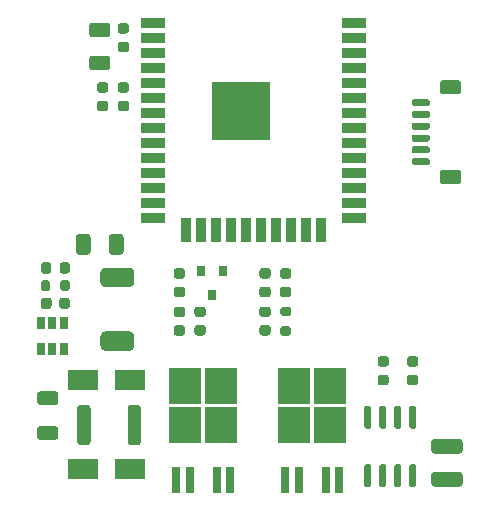
<source format=gbr>
G04 #@! TF.GenerationSoftware,KiCad,Pcbnew,(5.1.9)-1*
G04 #@! TF.CreationDate,2021-10-18T17:35:56+03:00*
G04 #@! TF.ProjectId,CanLite,43616e4c-6974-4652-9e6b-696361645f70,rev?*
G04 #@! TF.SameCoordinates,Original*
G04 #@! TF.FileFunction,Paste,Top*
G04 #@! TF.FilePolarity,Positive*
%FSLAX46Y46*%
G04 Gerber Fmt 4.6, Leading zero omitted, Abs format (unit mm)*
G04 Created by KiCad (PCBNEW (5.1.9)-1) date 2021-10-18 17:35:56*
%MOMM*%
%LPD*%
G01*
G04 APERTURE LIST*
%ADD10R,2.750000X3.050000*%
%ADD11R,0.800000X2.200000*%
%ADD12R,0.650000X1.060000*%
%ADD13R,2.000000X0.900000*%
%ADD14R,0.900000X2.000000*%
%ADD15R,5.000000X5.000000*%
%ADD16R,2.500000X1.800000*%
%ADD17R,0.800000X0.900000*%
G04 APERTURE END LIST*
G36*
G01*
X111524800Y-75136600D02*
X109475200Y-75136600D01*
G75*
G02*
X109059400Y-74720800I0J415800D01*
G01*
X109059400Y-73889200D01*
G75*
G02*
X109475200Y-73473400I415800J0D01*
G01*
X111524800Y-73473400D01*
G75*
G02*
X111940600Y-73889200I0J-415800D01*
G01*
X111940600Y-74720800D01*
G75*
G02*
X111524800Y-75136600I-415800J0D01*
G01*
G37*
G36*
G01*
X111524800Y-80526600D02*
X109475200Y-80526600D01*
G75*
G02*
X109059400Y-80110800I0J415800D01*
G01*
X109059400Y-79279200D01*
G75*
G02*
X109475200Y-78863400I415800J0D01*
G01*
X111524800Y-78863400D01*
G75*
G02*
X111940600Y-79279200I0J-415800D01*
G01*
X111940600Y-80110800D01*
G75*
G02*
X111524800Y-80526600I-415800J0D01*
G01*
G37*
G36*
G01*
X123256250Y-77650000D02*
X122743750Y-77650000D01*
G75*
G02*
X122525000Y-77431250I0J218750D01*
G01*
X122525000Y-76993750D01*
G75*
G02*
X122743750Y-76775000I218750J0D01*
G01*
X123256250Y-76775000D01*
G75*
G02*
X123475000Y-76993750I0J-218750D01*
G01*
X123475000Y-77431250D01*
G75*
G02*
X123256250Y-77650000I-218750J0D01*
G01*
G37*
G36*
G01*
X123256250Y-79225000D02*
X122743750Y-79225000D01*
G75*
G02*
X122525000Y-79006250I0J218750D01*
G01*
X122525000Y-78568750D01*
G75*
G02*
X122743750Y-78350000I218750J0D01*
G01*
X123256250Y-78350000D01*
G75*
G02*
X123475000Y-78568750I0J-218750D01*
G01*
X123475000Y-79006250D01*
G75*
G02*
X123256250Y-79225000I-218750J0D01*
G01*
G37*
D10*
X128525000Y-86825000D03*
X125475000Y-83475000D03*
X125475000Y-86825000D03*
X128525000Y-83475000D03*
D11*
X129280000Y-91450000D03*
X128140000Y-91450000D03*
X125860000Y-91450000D03*
X124720000Y-91450000D03*
D10*
X119275000Y-86825000D03*
X116225000Y-83475000D03*
X116225000Y-86825000D03*
X119275000Y-83475000D03*
D11*
X120030000Y-91450000D03*
X118890000Y-91450000D03*
X116610000Y-91450000D03*
X115470000Y-91450000D03*
G36*
G01*
X125025000Y-77575000D02*
X124475000Y-77575000D01*
G75*
G02*
X124275000Y-77375000I0J200000D01*
G01*
X124275000Y-76975000D01*
G75*
G02*
X124475000Y-76775000I200000J0D01*
G01*
X125025000Y-76775000D01*
G75*
G02*
X125225000Y-76975000I0J-200000D01*
G01*
X125225000Y-77375000D01*
G75*
G02*
X125025000Y-77575000I-200000J0D01*
G01*
G37*
G36*
G01*
X125025000Y-79225000D02*
X124475000Y-79225000D01*
G75*
G02*
X124275000Y-79025000I0J200000D01*
G01*
X124275000Y-78625000D01*
G75*
G02*
X124475000Y-78425000I200000J0D01*
G01*
X125025000Y-78425000D01*
G75*
G02*
X125225000Y-78625000I0J-200000D01*
G01*
X125225000Y-79025000D01*
G75*
G02*
X125025000Y-79225000I-200000J0D01*
G01*
G37*
G36*
G01*
X138049999Y-65200000D02*
X139350001Y-65200000D01*
G75*
G02*
X139600000Y-65449999I0J-249999D01*
G01*
X139600000Y-66150001D01*
G75*
G02*
X139350001Y-66400000I-249999J0D01*
G01*
X138049999Y-66400000D01*
G75*
G02*
X137800000Y-66150001I0J249999D01*
G01*
X137800000Y-65449999D01*
G75*
G02*
X138049999Y-65200000I249999J0D01*
G01*
G37*
G36*
G01*
X138049999Y-57600000D02*
X139350001Y-57600000D01*
G75*
G02*
X139600000Y-57849999I0J-249999D01*
G01*
X139600000Y-58550001D01*
G75*
G02*
X139350001Y-58800000I-249999J0D01*
G01*
X138049999Y-58800000D01*
G75*
G02*
X137800000Y-58550001I0J249999D01*
G01*
X137800000Y-57849999D01*
G75*
G02*
X138049999Y-57600000I249999J0D01*
G01*
G37*
G36*
G01*
X135550000Y-64200000D02*
X136800000Y-64200000D01*
G75*
G02*
X136950000Y-64350000I0J-150000D01*
G01*
X136950000Y-64650000D01*
G75*
G02*
X136800000Y-64800000I-150000J0D01*
G01*
X135550000Y-64800000D01*
G75*
G02*
X135400000Y-64650000I0J150000D01*
G01*
X135400000Y-64350000D01*
G75*
G02*
X135550000Y-64200000I150000J0D01*
G01*
G37*
G36*
G01*
X135550000Y-63200000D02*
X136800000Y-63200000D01*
G75*
G02*
X136950000Y-63350000I0J-150000D01*
G01*
X136950000Y-63650000D01*
G75*
G02*
X136800000Y-63800000I-150000J0D01*
G01*
X135550000Y-63800000D01*
G75*
G02*
X135400000Y-63650000I0J150000D01*
G01*
X135400000Y-63350000D01*
G75*
G02*
X135550000Y-63200000I150000J0D01*
G01*
G37*
G36*
G01*
X135550000Y-62200000D02*
X136800000Y-62200000D01*
G75*
G02*
X136950000Y-62350000I0J-150000D01*
G01*
X136950000Y-62650000D01*
G75*
G02*
X136800000Y-62800000I-150000J0D01*
G01*
X135550000Y-62800000D01*
G75*
G02*
X135400000Y-62650000I0J150000D01*
G01*
X135400000Y-62350000D01*
G75*
G02*
X135550000Y-62200000I150000J0D01*
G01*
G37*
G36*
G01*
X135550000Y-61200000D02*
X136800000Y-61200000D01*
G75*
G02*
X136950000Y-61350000I0J-150000D01*
G01*
X136950000Y-61650000D01*
G75*
G02*
X136800000Y-61800000I-150000J0D01*
G01*
X135550000Y-61800000D01*
G75*
G02*
X135400000Y-61650000I0J150000D01*
G01*
X135400000Y-61350000D01*
G75*
G02*
X135550000Y-61200000I150000J0D01*
G01*
G37*
G36*
G01*
X135550000Y-60200000D02*
X136800000Y-60200000D01*
G75*
G02*
X136950000Y-60350000I0J-150000D01*
G01*
X136950000Y-60650000D01*
G75*
G02*
X136800000Y-60800000I-150000J0D01*
G01*
X135550000Y-60800000D01*
G75*
G02*
X135400000Y-60650000I0J150000D01*
G01*
X135400000Y-60350000D01*
G75*
G02*
X135550000Y-60200000I150000J0D01*
G01*
G37*
G36*
G01*
X135550000Y-59200000D02*
X136800000Y-59200000D01*
G75*
G02*
X136950000Y-59350000I0J-150000D01*
G01*
X136950000Y-59650000D01*
G75*
G02*
X136800000Y-59800000I-150000J0D01*
G01*
X135550000Y-59800000D01*
G75*
G02*
X135400000Y-59650000I0J150000D01*
G01*
X135400000Y-59350000D01*
G75*
G02*
X135550000Y-59200000I150000J0D01*
G01*
G37*
D12*
X105000000Y-80350000D03*
X105950000Y-80350000D03*
X104050000Y-80350000D03*
X104050000Y-78150000D03*
X105000000Y-78150000D03*
X105950000Y-78150000D03*
D13*
X130500000Y-52745000D03*
X130500000Y-54015000D03*
X130500000Y-55285000D03*
X130500000Y-56555000D03*
X130500000Y-57825000D03*
X130500000Y-59095000D03*
X130500000Y-60365000D03*
X130500000Y-61635000D03*
X130500000Y-62905000D03*
X130500000Y-64175000D03*
X130500000Y-65445000D03*
X130500000Y-66715000D03*
X130500000Y-67985000D03*
X130500000Y-69255000D03*
D14*
X127715000Y-70255000D03*
X126445000Y-70255000D03*
X125175000Y-70255000D03*
X123905000Y-70255000D03*
X122635000Y-70255000D03*
X121365000Y-70255000D03*
X120095000Y-70255000D03*
X118825000Y-70255000D03*
X117555000Y-70255000D03*
X116285000Y-70255000D03*
D13*
X113500000Y-69255000D03*
X113500000Y-67985000D03*
X113500000Y-66715000D03*
X113500000Y-65445000D03*
X113500000Y-64175000D03*
X113500000Y-62905000D03*
X113500000Y-61635000D03*
X113500000Y-60365000D03*
X113500000Y-59095000D03*
X113500000Y-57825000D03*
X113500000Y-56555000D03*
X113500000Y-55285000D03*
X113500000Y-54015000D03*
X113500000Y-52745000D03*
D15*
X121000000Y-60245000D03*
G36*
G01*
X105675000Y-75275000D02*
X105675000Y-74725000D01*
G75*
G02*
X105875000Y-74525000I200000J0D01*
G01*
X106275000Y-74525000D01*
G75*
G02*
X106475000Y-74725000I0J-200000D01*
G01*
X106475000Y-75275000D01*
G75*
G02*
X106275000Y-75475000I-200000J0D01*
G01*
X105875000Y-75475000D01*
G75*
G02*
X105675000Y-75275000I0J200000D01*
G01*
G37*
G36*
G01*
X104025000Y-75275000D02*
X104025000Y-74725000D01*
G75*
G02*
X104225000Y-74525000I200000J0D01*
G01*
X104625000Y-74525000D01*
G75*
G02*
X104825000Y-74725000I0J-200000D01*
G01*
X104825000Y-75275000D01*
G75*
G02*
X104625000Y-75475000I-200000J0D01*
G01*
X104225000Y-75475000D01*
G75*
G02*
X104025000Y-75275000I0J200000D01*
G01*
G37*
D16*
X111600000Y-83000000D03*
X107600000Y-83000000D03*
G36*
G01*
X103949550Y-86900000D02*
X105250450Y-86900000D01*
G75*
G02*
X105500000Y-87149550I0J-249550D01*
G01*
X105500000Y-87800450D01*
G75*
G02*
X105250450Y-88050000I-249550J0D01*
G01*
X103949550Y-88050000D01*
G75*
G02*
X103700000Y-87800450I0J249550D01*
G01*
X103700000Y-87149550D01*
G75*
G02*
X103949550Y-86900000I249550J0D01*
G01*
G37*
G36*
G01*
X103949999Y-83950000D02*
X105250001Y-83950000D01*
G75*
G02*
X105500000Y-84199999I0J-249999D01*
G01*
X105500000Y-84850001D01*
G75*
G02*
X105250001Y-85100000I-249999J0D01*
G01*
X103949999Y-85100000D01*
G75*
G02*
X103700000Y-84850001I0J249999D01*
G01*
X103700000Y-84199999D01*
G75*
G02*
X103949999Y-83950000I249999J0D01*
G01*
G37*
G36*
G01*
X105575000Y-76750000D02*
X105575000Y-76250000D01*
G75*
G02*
X105800000Y-76025000I225000J0D01*
G01*
X106250000Y-76025000D01*
G75*
G02*
X106475000Y-76250000I0J-225000D01*
G01*
X106475000Y-76750000D01*
G75*
G02*
X106250000Y-76975000I-225000J0D01*
G01*
X105800000Y-76975000D01*
G75*
G02*
X105575000Y-76750000I0J225000D01*
G01*
G37*
G36*
G01*
X104025000Y-76750000D02*
X104025000Y-76250000D01*
G75*
G02*
X104250000Y-76025000I225000J0D01*
G01*
X104700000Y-76025000D01*
G75*
G02*
X104925000Y-76250000I0J-225000D01*
G01*
X104925000Y-76750000D01*
G75*
G02*
X104700000Y-76975000I-225000J0D01*
G01*
X104250000Y-76975000D01*
G75*
G02*
X104025000Y-76750000I0J225000D01*
G01*
G37*
G36*
G01*
X104900000Y-73243750D02*
X104900000Y-73756250D01*
G75*
G02*
X104681250Y-73975000I-218750J0D01*
G01*
X104243750Y-73975000D01*
G75*
G02*
X104025000Y-73756250I0J218750D01*
G01*
X104025000Y-73243750D01*
G75*
G02*
X104243750Y-73025000I218750J0D01*
G01*
X104681250Y-73025000D01*
G75*
G02*
X104900000Y-73243750I0J-218750D01*
G01*
G37*
G36*
G01*
X106475000Y-73243750D02*
X106475000Y-73756250D01*
G75*
G02*
X106256250Y-73975000I-218750J0D01*
G01*
X105818750Y-73975000D01*
G75*
G02*
X105600000Y-73756250I0J218750D01*
G01*
X105600000Y-73243750D01*
G75*
G02*
X105818750Y-73025000I218750J0D01*
G01*
X106256250Y-73025000D01*
G75*
G02*
X106475000Y-73243750I0J-218750D01*
G01*
G37*
G36*
G01*
X108225000Y-70875000D02*
X108225000Y-72125000D01*
G75*
G02*
X107975000Y-72375000I-250000J0D01*
G01*
X107225000Y-72375000D01*
G75*
G02*
X106975000Y-72125000I0J250000D01*
G01*
X106975000Y-70875000D01*
G75*
G02*
X107225000Y-70625000I250000J0D01*
G01*
X107975000Y-70625000D01*
G75*
G02*
X108225000Y-70875000I0J-250000D01*
G01*
G37*
G36*
G01*
X111025000Y-70875000D02*
X111025000Y-72125000D01*
G75*
G02*
X110775000Y-72375000I-250000J0D01*
G01*
X110025000Y-72375000D01*
G75*
G02*
X109775000Y-72125000I0J250000D01*
G01*
X109775000Y-70875000D01*
G75*
G02*
X110025000Y-70625000I250000J0D01*
G01*
X110775000Y-70625000D01*
G75*
G02*
X111025000Y-70875000I0J-250000D01*
G01*
G37*
G36*
G01*
X109625000Y-53975000D02*
X108375000Y-53975000D01*
G75*
G02*
X108125000Y-53725000I0J250000D01*
G01*
X108125000Y-52975000D01*
G75*
G02*
X108375000Y-52725000I250000J0D01*
G01*
X109625000Y-52725000D01*
G75*
G02*
X109875000Y-52975000I0J-250000D01*
G01*
X109875000Y-53725000D01*
G75*
G02*
X109625000Y-53975000I-250000J0D01*
G01*
G37*
G36*
G01*
X109625000Y-56775000D02*
X108375000Y-56775000D01*
G75*
G02*
X108125000Y-56525000I0J250000D01*
G01*
X108125000Y-55775000D01*
G75*
G02*
X108375000Y-55525000I250000J0D01*
G01*
X109625000Y-55525000D01*
G75*
G02*
X109875000Y-55775000I0J-250000D01*
G01*
X109875000Y-56525000D01*
G75*
G02*
X109625000Y-56775000I-250000J0D01*
G01*
G37*
G36*
G01*
X116006250Y-74400000D02*
X115493750Y-74400000D01*
G75*
G02*
X115275000Y-74181250I0J218750D01*
G01*
X115275000Y-73743750D01*
G75*
G02*
X115493750Y-73525000I218750J0D01*
G01*
X116006250Y-73525000D01*
G75*
G02*
X116225000Y-73743750I0J-218750D01*
G01*
X116225000Y-74181250D01*
G75*
G02*
X116006250Y-74400000I-218750J0D01*
G01*
G37*
G36*
G01*
X116006250Y-75975000D02*
X115493750Y-75975000D01*
G75*
G02*
X115275000Y-75756250I0J218750D01*
G01*
X115275000Y-75318750D01*
G75*
G02*
X115493750Y-75100000I218750J0D01*
G01*
X116006250Y-75100000D01*
G75*
G02*
X116225000Y-75318750I0J-218750D01*
G01*
X116225000Y-75756250D01*
G75*
G02*
X116006250Y-75975000I-218750J0D01*
G01*
G37*
G36*
G01*
X116006250Y-77650000D02*
X115493750Y-77650000D01*
G75*
G02*
X115275000Y-77431250I0J218750D01*
G01*
X115275000Y-76993750D01*
G75*
G02*
X115493750Y-76775000I218750J0D01*
G01*
X116006250Y-76775000D01*
G75*
G02*
X116225000Y-76993750I0J-218750D01*
G01*
X116225000Y-77431250D01*
G75*
G02*
X116006250Y-77650000I-218750J0D01*
G01*
G37*
G36*
G01*
X116006250Y-79225000D02*
X115493750Y-79225000D01*
G75*
G02*
X115275000Y-79006250I0J218750D01*
G01*
X115275000Y-78568750D01*
G75*
G02*
X115493750Y-78350000I218750J0D01*
G01*
X116006250Y-78350000D01*
G75*
G02*
X116225000Y-78568750I0J-218750D01*
G01*
X116225000Y-79006250D01*
G75*
G02*
X116006250Y-79225000I-218750J0D01*
G01*
G37*
D17*
X118500000Y-75750000D03*
X117550000Y-73750000D03*
X119450000Y-73750000D03*
G36*
G01*
X117243750Y-78350000D02*
X117756250Y-78350000D01*
G75*
G02*
X117975000Y-78568750I0J-218750D01*
G01*
X117975000Y-79006250D01*
G75*
G02*
X117756250Y-79225000I-218750J0D01*
G01*
X117243750Y-79225000D01*
G75*
G02*
X117025000Y-79006250I0J218750D01*
G01*
X117025000Y-78568750D01*
G75*
G02*
X117243750Y-78350000I218750J0D01*
G01*
G37*
G36*
G01*
X117243750Y-76775000D02*
X117756250Y-76775000D01*
G75*
G02*
X117975000Y-76993750I0J-218750D01*
G01*
X117975000Y-77431250D01*
G75*
G02*
X117756250Y-77650000I-218750J0D01*
G01*
X117243750Y-77650000D01*
G75*
G02*
X117025000Y-77431250I0J218750D01*
G01*
X117025000Y-76993750D01*
G75*
G02*
X117243750Y-76775000I218750J0D01*
G01*
G37*
G36*
G01*
X135355000Y-90100000D02*
X135655000Y-90100000D01*
G75*
G02*
X135805000Y-90250000I0J-150000D01*
G01*
X135805000Y-91900000D01*
G75*
G02*
X135655000Y-92050000I-150000J0D01*
G01*
X135355000Y-92050000D01*
G75*
G02*
X135205000Y-91900000I0J150000D01*
G01*
X135205000Y-90250000D01*
G75*
G02*
X135355000Y-90100000I150000J0D01*
G01*
G37*
G36*
G01*
X134085000Y-90100000D02*
X134385000Y-90100000D01*
G75*
G02*
X134535000Y-90250000I0J-150000D01*
G01*
X134535000Y-91900000D01*
G75*
G02*
X134385000Y-92050000I-150000J0D01*
G01*
X134085000Y-92050000D01*
G75*
G02*
X133935000Y-91900000I0J150000D01*
G01*
X133935000Y-90250000D01*
G75*
G02*
X134085000Y-90100000I150000J0D01*
G01*
G37*
G36*
G01*
X132815000Y-90100000D02*
X133115000Y-90100000D01*
G75*
G02*
X133265000Y-90250000I0J-150000D01*
G01*
X133265000Y-91900000D01*
G75*
G02*
X133115000Y-92050000I-150000J0D01*
G01*
X132815000Y-92050000D01*
G75*
G02*
X132665000Y-91900000I0J150000D01*
G01*
X132665000Y-90250000D01*
G75*
G02*
X132815000Y-90100000I150000J0D01*
G01*
G37*
G36*
G01*
X131545000Y-90100000D02*
X131845000Y-90100000D01*
G75*
G02*
X131995000Y-90250000I0J-150000D01*
G01*
X131995000Y-91900000D01*
G75*
G02*
X131845000Y-92050000I-150000J0D01*
G01*
X131545000Y-92050000D01*
G75*
G02*
X131395000Y-91900000I0J150000D01*
G01*
X131395000Y-90250000D01*
G75*
G02*
X131545000Y-90100000I150000J0D01*
G01*
G37*
G36*
G01*
X131545000Y-85150000D02*
X131845000Y-85150000D01*
G75*
G02*
X131995000Y-85300000I0J-150000D01*
G01*
X131995000Y-86950000D01*
G75*
G02*
X131845000Y-87100000I-150000J0D01*
G01*
X131545000Y-87100000D01*
G75*
G02*
X131395000Y-86950000I0J150000D01*
G01*
X131395000Y-85300000D01*
G75*
G02*
X131545000Y-85150000I150000J0D01*
G01*
G37*
G36*
G01*
X132815000Y-85150000D02*
X133115000Y-85150000D01*
G75*
G02*
X133265000Y-85300000I0J-150000D01*
G01*
X133265000Y-86950000D01*
G75*
G02*
X133115000Y-87100000I-150000J0D01*
G01*
X132815000Y-87100000D01*
G75*
G02*
X132665000Y-86950000I0J150000D01*
G01*
X132665000Y-85300000D01*
G75*
G02*
X132815000Y-85150000I150000J0D01*
G01*
G37*
G36*
G01*
X134085000Y-85150000D02*
X134385000Y-85150000D01*
G75*
G02*
X134535000Y-85300000I0J-150000D01*
G01*
X134535000Y-86950000D01*
G75*
G02*
X134385000Y-87100000I-150000J0D01*
G01*
X134085000Y-87100000D01*
G75*
G02*
X133935000Y-86950000I0J150000D01*
G01*
X133935000Y-85300000D01*
G75*
G02*
X134085000Y-85150000I150000J0D01*
G01*
G37*
G36*
G01*
X135355000Y-85150000D02*
X135655000Y-85150000D01*
G75*
G02*
X135805000Y-85300000I0J-150000D01*
G01*
X135805000Y-86950000D01*
G75*
G02*
X135655000Y-87100000I-150000J0D01*
G01*
X135355000Y-87100000D01*
G75*
G02*
X135205000Y-86950000I0J150000D01*
G01*
X135205000Y-85300000D01*
G75*
G02*
X135355000Y-85150000I150000J0D01*
G01*
G37*
G36*
G01*
X139475000Y-89225000D02*
X137325000Y-89225000D01*
G75*
G02*
X137075000Y-88975000I0J250000D01*
G01*
X137075000Y-88225000D01*
G75*
G02*
X137325000Y-87975000I250000J0D01*
G01*
X139475000Y-87975000D01*
G75*
G02*
X139725000Y-88225000I0J-250000D01*
G01*
X139725000Y-88975000D01*
G75*
G02*
X139475000Y-89225000I-250000J0D01*
G01*
G37*
G36*
G01*
X139475000Y-92025000D02*
X137325000Y-92025000D01*
G75*
G02*
X137075000Y-91775000I0J250000D01*
G01*
X137075000Y-91025000D01*
G75*
G02*
X137325000Y-90775000I250000J0D01*
G01*
X139475000Y-90775000D01*
G75*
G02*
X139725000Y-91025000I0J-250000D01*
G01*
X139725000Y-91775000D01*
G75*
G02*
X139475000Y-92025000I-250000J0D01*
G01*
G37*
G36*
G01*
X135756250Y-81850000D02*
X135243750Y-81850000D01*
G75*
G02*
X135025000Y-81631250I0J218750D01*
G01*
X135025000Y-81193750D01*
G75*
G02*
X135243750Y-80975000I218750J0D01*
G01*
X135756250Y-80975000D01*
G75*
G02*
X135975000Y-81193750I0J-218750D01*
G01*
X135975000Y-81631250D01*
G75*
G02*
X135756250Y-81850000I-218750J0D01*
G01*
G37*
G36*
G01*
X135756250Y-83425000D02*
X135243750Y-83425000D01*
G75*
G02*
X135025000Y-83206250I0J218750D01*
G01*
X135025000Y-82768750D01*
G75*
G02*
X135243750Y-82550000I218750J0D01*
G01*
X135756250Y-82550000D01*
G75*
G02*
X135975000Y-82768750I0J-218750D01*
G01*
X135975000Y-83206250D01*
G75*
G02*
X135756250Y-83425000I-218750J0D01*
G01*
G37*
G36*
G01*
X124493750Y-75100000D02*
X125006250Y-75100000D01*
G75*
G02*
X125225000Y-75318750I0J-218750D01*
G01*
X125225000Y-75756250D01*
G75*
G02*
X125006250Y-75975000I-218750J0D01*
G01*
X124493750Y-75975000D01*
G75*
G02*
X124275000Y-75756250I0J218750D01*
G01*
X124275000Y-75318750D01*
G75*
G02*
X124493750Y-75100000I218750J0D01*
G01*
G37*
G36*
G01*
X124493750Y-73525000D02*
X125006250Y-73525000D01*
G75*
G02*
X125225000Y-73743750I0J-218750D01*
G01*
X125225000Y-74181250D01*
G75*
G02*
X125006250Y-74400000I-218750J0D01*
G01*
X124493750Y-74400000D01*
G75*
G02*
X124275000Y-74181250I0J218750D01*
G01*
X124275000Y-73743750D01*
G75*
G02*
X124493750Y-73525000I218750J0D01*
G01*
G37*
G36*
G01*
X109506250Y-58650000D02*
X108993750Y-58650000D01*
G75*
G02*
X108775000Y-58431250I0J218750D01*
G01*
X108775000Y-57993750D01*
G75*
G02*
X108993750Y-57775000I218750J0D01*
G01*
X109506250Y-57775000D01*
G75*
G02*
X109725000Y-57993750I0J-218750D01*
G01*
X109725000Y-58431250D01*
G75*
G02*
X109506250Y-58650000I-218750J0D01*
G01*
G37*
G36*
G01*
X109506250Y-60225000D02*
X108993750Y-60225000D01*
G75*
G02*
X108775000Y-60006250I0J218750D01*
G01*
X108775000Y-59568750D01*
G75*
G02*
X108993750Y-59350000I218750J0D01*
G01*
X109506250Y-59350000D01*
G75*
G02*
X109725000Y-59568750I0J-218750D01*
G01*
X109725000Y-60006250D01*
G75*
G02*
X109506250Y-60225000I-218750J0D01*
G01*
G37*
G36*
G01*
X111375000Y-88250003D02*
X111375000Y-85349997D01*
G75*
G02*
X111624997Y-85100000I249997J0D01*
G01*
X112250003Y-85100000D01*
G75*
G02*
X112500000Y-85349997I0J-249997D01*
G01*
X112500000Y-88250003D01*
G75*
G02*
X112250003Y-88500000I-249997J0D01*
G01*
X111624997Y-88500000D01*
G75*
G02*
X111375000Y-88250003I0J249997D01*
G01*
G37*
G36*
G01*
X107100000Y-88250003D02*
X107100000Y-85349997D01*
G75*
G02*
X107349997Y-85100000I249997J0D01*
G01*
X107975003Y-85100000D01*
G75*
G02*
X108225000Y-85349997I0J-249997D01*
G01*
X108225000Y-88250003D01*
G75*
G02*
X107975003Y-88500000I-249997J0D01*
G01*
X107349997Y-88500000D01*
G75*
G02*
X107100000Y-88250003I0J249997D01*
G01*
G37*
D16*
X107600000Y-90500000D03*
X111600000Y-90500000D03*
G36*
G01*
X123256250Y-74400000D02*
X122743750Y-74400000D01*
G75*
G02*
X122525000Y-74181250I0J218750D01*
G01*
X122525000Y-73743750D01*
G75*
G02*
X122743750Y-73525000I218750J0D01*
G01*
X123256250Y-73525000D01*
G75*
G02*
X123475000Y-73743750I0J-218750D01*
G01*
X123475000Y-74181250D01*
G75*
G02*
X123256250Y-74400000I-218750J0D01*
G01*
G37*
G36*
G01*
X123256250Y-75975000D02*
X122743750Y-75975000D01*
G75*
G02*
X122525000Y-75756250I0J218750D01*
G01*
X122525000Y-75318750D01*
G75*
G02*
X122743750Y-75100000I218750J0D01*
G01*
X123256250Y-75100000D01*
G75*
G02*
X123475000Y-75318750I0J-218750D01*
G01*
X123475000Y-75756250D01*
G75*
G02*
X123256250Y-75975000I-218750J0D01*
G01*
G37*
G36*
G01*
X133256250Y-81850000D02*
X132743750Y-81850000D01*
G75*
G02*
X132525000Y-81631250I0J218750D01*
G01*
X132525000Y-81193750D01*
G75*
G02*
X132743750Y-80975000I218750J0D01*
G01*
X133256250Y-80975000D01*
G75*
G02*
X133475000Y-81193750I0J-218750D01*
G01*
X133475000Y-81631250D01*
G75*
G02*
X133256250Y-81850000I-218750J0D01*
G01*
G37*
G36*
G01*
X133256250Y-83425000D02*
X132743750Y-83425000D01*
G75*
G02*
X132525000Y-83206250I0J218750D01*
G01*
X132525000Y-82768750D01*
G75*
G02*
X132743750Y-82550000I218750J0D01*
G01*
X133256250Y-82550000D01*
G75*
G02*
X133475000Y-82768750I0J-218750D01*
G01*
X133475000Y-83206250D01*
G75*
G02*
X133256250Y-83425000I-218750J0D01*
G01*
G37*
G36*
G01*
X110743750Y-59350000D02*
X111256250Y-59350000D01*
G75*
G02*
X111475000Y-59568750I0J-218750D01*
G01*
X111475000Y-60006250D01*
G75*
G02*
X111256250Y-60225000I-218750J0D01*
G01*
X110743750Y-60225000D01*
G75*
G02*
X110525000Y-60006250I0J218750D01*
G01*
X110525000Y-59568750D01*
G75*
G02*
X110743750Y-59350000I218750J0D01*
G01*
G37*
G36*
G01*
X110743750Y-57775000D02*
X111256250Y-57775000D01*
G75*
G02*
X111475000Y-57993750I0J-218750D01*
G01*
X111475000Y-58431250D01*
G75*
G02*
X111256250Y-58650000I-218750J0D01*
G01*
X110743750Y-58650000D01*
G75*
G02*
X110525000Y-58431250I0J218750D01*
G01*
X110525000Y-57993750D01*
G75*
G02*
X110743750Y-57775000I218750J0D01*
G01*
G37*
G36*
G01*
X111256250Y-53650000D02*
X110743750Y-53650000D01*
G75*
G02*
X110525000Y-53431250I0J218750D01*
G01*
X110525000Y-52993750D01*
G75*
G02*
X110743750Y-52775000I218750J0D01*
G01*
X111256250Y-52775000D01*
G75*
G02*
X111475000Y-52993750I0J-218750D01*
G01*
X111475000Y-53431250D01*
G75*
G02*
X111256250Y-53650000I-218750J0D01*
G01*
G37*
G36*
G01*
X111256250Y-55225000D02*
X110743750Y-55225000D01*
G75*
G02*
X110525000Y-55006250I0J218750D01*
G01*
X110525000Y-54568750D01*
G75*
G02*
X110743750Y-54350000I218750J0D01*
G01*
X111256250Y-54350000D01*
G75*
G02*
X111475000Y-54568750I0J-218750D01*
G01*
X111475000Y-55006250D01*
G75*
G02*
X111256250Y-55225000I-218750J0D01*
G01*
G37*
M02*

</source>
